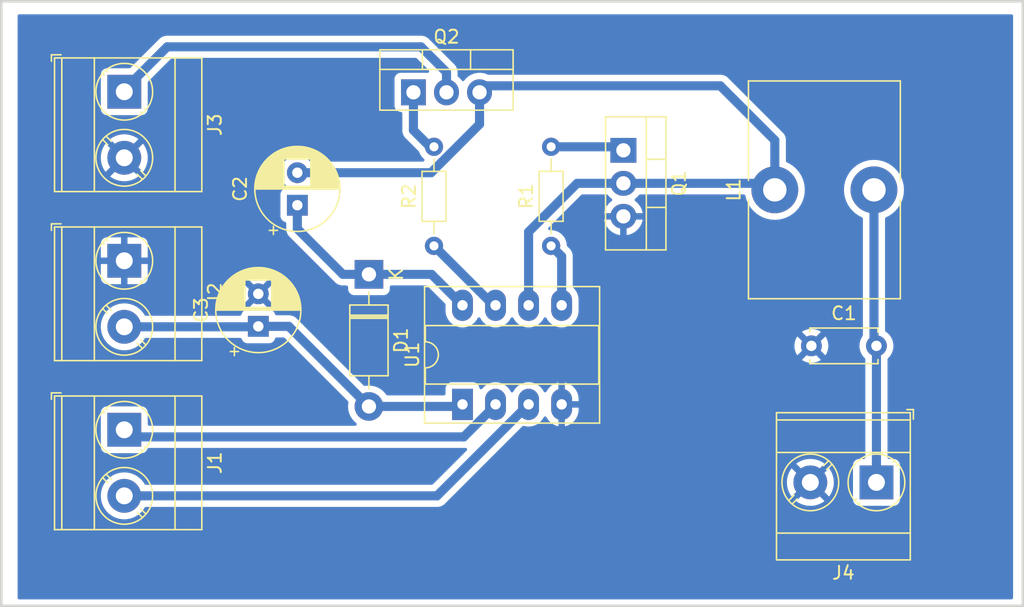
<source format=kicad_pcb>
(kicad_pcb (version 20240108) (generator "pcbnew") (generator_version "8.0")
  (layers (0 "F.Cu" signal) (31 "B.Cu" signal) (34 "B.Paste" user) (35 "F.Paste" user) (36 "B.SilkS" user "B.Silkscreen") (37 "F.SilkS" user "F.Silkscreen") (38 "B.Mask" user) (39 "F.Mask" user) (44 "Edge.Cuts" user))
  (net 0 "")
  (net 1 "GND")
  (net 2 "Net-(J1-Pin_1)")
  (net 3 "Net-(J1-Pin_2)")
  (net 4 "Vcc")
  (net 5 "Net-(J3-Pin_2)")
  (net 6 "Net-(J4-Pin_1)")
  (net 7 "Net-(U1-LO)")
  (net 8 "Lo")
  (net 9 "Net-(U1-HO)")
  (net 10 "Ho")
  (net 11 "Vs")
  (net 12 "Net-(D1-K)")
  (footprint "Capacitor_THT:C_Disc_D5.0mm_W2.5mm_P5.00mm" (layer "F.Cu") (at 146.5 92)
    (property "Reference" "C1" (at 2.5 -2.5 360) (layer "F.SilkS"))
    (property "Value" "2.7u")
    (fp_line (start -0.12 -1.37) (end -0.12 -1.055) (stroke (width 0.12)) (layer "F.SilkS"))
    (fp_line (start -0.12 -1.37) (end 5.12 -1.37) (stroke (width 0.12)) (layer "F.SilkS"))
    (fp_line (start -0.12 1.055) (end -0.12 1.37) (stroke (width 0.12)) (layer "F.SilkS"))
    (fp_line (start -0.12 1.37) (end 5.12 1.37) (stroke (width 0.12)) (layer "F.SilkS"))
    (fp_line (start 5.12 -1.37) (end 5.12 -1.055) (stroke (width 0.12)) (layer "F.SilkS"))
    (fp_line (start 5.12 1.055) (end 5.12 1.37) (stroke (width 0.12)) (layer "F.SilkS"))
    (pad "1" thru_hole circle (at 0 0) (size 1.6 1.6) (drill 0.8) (layers "*.Cu" "*.Mask") (net 1 "GND"))
    (pad "2" thru_hole circle (at 5 0) (size 1.6 1.6) (drill 0.8) (layers "*.Cu" "*.Mask") (net 6 "Net-(J4-Pin_1)"))
  )
  (footprint "TerminalBlock_Phoenix:TerminalBlock_Phoenix_MKDS-3-2-5.08_1x02_P5.08mm_Horizontal" (layer "F.Cu") (at 93.7 85.455 -90)
    (property "Reference" "J2" (at 2.54 -6.96 90) (layer "F.SilkS"))
    (property "Value" "VCC")
    (fp_line (start -2.84 5.6) (end -2.34 5.6) (stroke (width 0.12)) (layer "F.SilkS"))
    (fp_line (start -2.6 5.36) (end 7.68 5.36) (stroke (width 0.12)) (layer "F.SilkS"))
    (fp_line (start -2.84 4.86) (end -2.84 5.6) (stroke (width 0.12)) (layer "F.SilkS"))
    (fp_line (start -2.6 4.8) (end 7.68 4.8) (stroke (width 0.12)) (layer "F.SilkS"))
    (fp_line (start -2.6 2.3) (end 7.68 2.3) (stroke (width 0.12)) (layer "F.SilkS"))
    (fp_line (start -1.282 1.547) (end -1.388 1.654) (stroke (width 0.12)) (layer "F.SilkS"))
    (fp_line (start -1.548 1.281) (end -1.654 1.388) (stroke (width 0.12)) (layer "F.SilkS"))
    (fp_line (start 4.073 1.274) (end 3.693 1.654) (stroke (width 0.12)) (layer "F.SilkS"))
    (fp_line (start 3.822 0.992) (end 3.427 1.388) (stroke (width 0.12)) (layer "F.SilkS"))
    (fp_line (start 1.654 -1.388) (end 1.547 -1.281) (stroke (width 0.12)) (layer "F.SilkS"))
    (fp_line (start 6.734 -1.388) (end 6.339 -0.992) (stroke (width 0.12)) (layer "F.SilkS"))
    (fp_line (start 1.388 -1.654) (end 1.281 -1.547) (stroke (width 0.12)) (layer "F.SilkS"))
    (fp_line (start 6.468 -1.654) (end 6.088 -1.274) (stroke (width 0.12)) (layer "F.SilkS"))
    (fp_line (start -2.6 -3.9) (end 7.68 -3.9) (stroke (width 0.12)) (layer "F.SilkS"))
    (fp_line (start -2.6 -5.96) (end -2.6 5.36) (stroke (width 0.12)) (layer "F.SilkS"))
    (fp_line (start -2.6 -5.96) (end 7.68 -5.96) (stroke (width 0.12)) (layer "F.SilkS"))
    (fp_line (start 7.68 -5.96) (end 7.68 5.36) (stroke (width 0.12)) (layer "F.SilkS"))
    (fp_circle (center 0 0) (end 2.18 0) (stroke (width 0.12)) (fill none) (layer "F.SilkS"))
    (fp_circle (center 5.08 0) (end 7.26 0) (stroke (width 0.12)) (fill none) (layer "F.SilkS"))
    (pad "1" thru_hole rect (at 0 0 270) (size 2.6 2.6) (drill 1.3) (layers "*.Cu" "*.Mask") (net 1 "GND"))
    (pad "2" thru_hole circle (at 5.08 0 270) (size 2.6 2.6) (drill 1.3) (layers "*.Cu" "*.Mask") (net 4 "Vcc"))
  )
  (footprint "Resistor_THT:R_Axial_DIN0204_L3.6mm_D1.6mm_P7.62mm_Horizontal" (layer "F.Cu") (at 126.5 84.31 90)
    (property "Reference" "R1" (at 3.81 -1.92 90) (layer "F.SilkS"))
    (property "Value" "10")
    (fp_line (start 5.73 -0.92) (end 1.89 -0.92) (stroke (width 0.12)) (layer "F.SilkS"))
    (fp_line (start 1.89 -0.92) (end 1.89 0.92) (stroke (width 0.12)) (layer "F.SilkS"))
    (fp_line (start 6.68 0) (end 5.73 0) (stroke (width 0.12)) (layer "F.SilkS"))
    (fp_line (start 0.94 0) (end 1.89 0) (stroke (width 0.12)) (layer "F.SilkS"))
    (fp_line (start 5.73 0.92) (end 5.73 -0.92) (stroke (width 0.12)) (layer "F.SilkS"))
    (fp_line (start 1.89 0.92) (end 5.73 0.92) (stroke (width 0.12)) (layer "F.SilkS"))
    (pad "1" thru_hole circle (at 0 0 90) (size 1.4 1.4) (drill 0.7) (layers "*.Cu" "*.Mask") (net 7 "Net-(U1-LO)"))
    (pad "2" thru_hole oval (at 7.62 0 90) (size 1.4 1.4) (drill 0.7) (layers "*.Cu" "*.Mask") (net 8 "Lo"))
  )
  (footprint "Package_TO_SOT_THT:TO-220-3_Vertical" (layer "F.Cu") (at 115.92 72.5)
    (property "Reference" "Q2" (at 2.54 -4.27 360) (layer "F.SilkS"))
    (property "Value" "IRF3205")
    (fp_line (start -2.58 -3.27) (end -2.58 1.371) (stroke (width 0.12)) (layer "F.SilkS"))
    (fp_line (start -2.58 -3.27) (end 7.66 -3.27) (stroke (width 0.12)) (layer "F.SilkS"))
    (fp_line (start -2.58 -1.76) (end 7.66 -1.76) (stroke (width 0.12)) (layer "F.SilkS"))
    (fp_line (start -2.58 1.371) (end 7.66 1.371) (stroke (width 0.12)) (layer "F.SilkS"))
    (fp_line (start 0.69 -3.27) (end 0.69 -1.76) (stroke (width 0.12)) (layer "F.SilkS"))
    (fp_line (start 4.391 -3.27) (end 4.391 -1.76) (stroke (width 0.12)) (layer "F.SilkS"))
    (fp_line (start 7.66 -3.27) (end 7.66 1.371) (stroke (width 0.12)) (layer "F.SilkS"))
    (pad "1" thru_hole rect (at 0 0) (size 1.905 2) (drill 1.1) (layers "*.Cu" "*.Mask") (net 10 "Ho"))
    (pad "2" thru_hole oval (at 2.54 0) (size 1.905 2) (drill 1.1) (layers "*.Cu" "*.Mask") (net 5 "Net-(J3-Pin_2)"))
    (pad "3" thru_hole oval (at 5.08 0) (size 1.905 2) (drill 1.1) (layers "*.Cu" "*.Mask") (net 11 "Vs"))
  )
  (footprint "Resistor_THT:R_Axial_DIN0204_L3.6mm_D1.6mm_P7.62mm_Horizontal" (layer "F.Cu") (at 117.5 84.31 90)
    (property "Reference" "R2" (at 3.81 -1.92 90) (layer "F.SilkS"))
    (property "Value" "10")
    (fp_line (start 5.73 -0.92) (end 1.89 -0.92) (stroke (width 0.12)) (layer "F.SilkS"))
    (fp_line (start 1.89 -0.92) (end 1.89 0.92) (stroke (width 0.12)) (layer "F.SilkS"))
    (fp_line (start 6.68 0) (end 5.73 0) (stroke (width 0.12)) (layer "F.SilkS"))
    (fp_line (start 0.94 0) (end 1.89 0) (stroke (width 0.12)) (layer "F.SilkS"))
    (fp_line (start 5.73 0.92) (end 5.73 -0.92) (stroke (width 0.12)) (layer "F.SilkS"))
    (fp_line (start 1.89 0.92) (end 5.73 0.92) (stroke (width 0.12)) (layer "F.SilkS"))
    (pad "1" thru_hole circle (at 0 0 90) (size 1.4 1.4) (drill 0.7) (layers "*.Cu" "*.Mask") (net 9 "Net-(U1-HO)"))
    (pad "2" thru_hole oval (at 7.62 0 90) (size 1.4 1.4) (drill 0.7) (layers "*.Cu" "*.Mask") (net 10 "Ho"))
  )
  (footprint "Capacitor_THT:CP_Radial_D6.3mm_P2.50mm" (layer "F.Cu") (at 107 81.18238 90)
    (property "Reference" "C2" (at 1.25 -4.4 90) (layer "F.SilkS"))
    (property "Value" "22u")
    (fp_line (start 1.33 -3.23) (end 1.33 3.23) (stroke (width 0.12)) (layer "F.SilkS"))
    (fp_line (start 1.29 -3.23) (end 1.29 3.23) (stroke (width 0.12)) (layer "F.SilkS"))
    (fp_line (start 1.25 -3.23) (end 1.25 3.23) (stroke (width 0.12)) (layer "F.SilkS"))
    (fp_line (start 1.37 -3.228) (end 1.37 3.228) (stroke (width 0.12)) (layer "F.SilkS"))
    (fp_line (start 1.41 -3.227) (end 1.41 3.227) (stroke (width 0.12)) (layer "F.SilkS"))
    (fp_line (start 1.45 -3.224) (end 1.45 3.224) (stroke (width 0.12)) (layer "F.SilkS"))
    (fp_line (start 1.49 -3.222) (end 1.49 -1.04) (stroke (width 0.12)) (layer "F.SilkS"))
    (fp_line (start 1.53 -3.218) (end 1.53 -1.04) (stroke (width 0.12)) (layer "F.SilkS"))
    (fp_line (start 1.57 -3.215) (end 1.57 -1.04) (stroke (width 0.12)) (layer "F.SilkS"))
    (fp_line (start 1.61 -3.211) (end 1.61 -1.04) (stroke (width 0.12)) (layer "F.SilkS"))
    (fp_line (start 1.65 -3.206) (end 1.65 -1.04) (stroke (width 0.12)) (layer "F.SilkS"))
    (fp_line (start 1.69 -3.201) (end 1.69 -1.04) (stroke (width 0.12)) (layer "F.SilkS"))
    (fp_line (start 1.73 -3.195) (end 1.73 -1.04) (stroke (width 0.12)) (layer "F.SilkS"))
    (fp_line (start 1.77 -3.189) (end 1.77 -1.04) (stroke (width 0.12)) (layer "F.SilkS"))
    (fp_line (start 1.81 -3.182) (end 1.81 -1.04) (stroke (width 0.12)) (layer "F.SilkS"))
    (fp_line (start 1.85 -3.175) (end 1.85 -1.04) (stroke (width 0.12)) (layer "F.SilkS"))
    (fp_line (start 1.89 -3.167) (end 1.89 -1.04) (stroke (width 0.12)) (layer "F.SilkS"))
    (fp_line (start 1.93 -3.159) (end 1.93 -1.04) (stroke (width 0.12)) (layer "F.SilkS"))
    (fp_line (start 1.971 -3.15) (end 1.971 -1.04) (stroke (width 0.12)) (layer "F.SilkS"))
    (fp_line (start 2.011 -3.141) (end 2.011 -1.04) (stroke (width 0.12)) (layer "F.SilkS"))
    (fp_line (start 2.051 -3.131) (end 2.051 -1.04) (stroke (width 0.12)) (layer "F.SilkS"))
    (fp_line (start 2.091 -3.121) (end 2.091 -1.04) (stroke (width 0.12)) (layer "F.SilkS"))
    (fp_line (start 2.131 -3.11) (end 2.131 -1.04) (stroke (width 0.12)) (layer "F.SilkS"))
    (fp_line (start 2.171 -3.098) (end 2.171 -1.04) (stroke (width 0.12)) (layer "F.SilkS"))
    (fp_line (start 2.211 -3.086) (end 2.211 -1.04) (stroke (width 0.12)) (layer "F.SilkS"))
    (fp_line (start 2.251 -3.074) (end 2.251 -1.04) (stroke (width 0.12)) (layer "F.SilkS"))
    (fp_line (start 2.291 -3.061) (end 2.291 -1.04) (stroke (width 0.12)) (layer "F.SilkS"))
    (fp_line (start 2.331 -3.047) (end 2.331 -1.04) (stroke (width 0.12)) (layer "F.SilkS"))
    (fp_line (start 2.371 -3.033) (end 2.371 -1.04) (stroke (width 0.12)) (layer "F.SilkS"))
    (fp_line (start 2.411 -3.018) (end 2.411 -1.04) (stroke (width 0.12)) (layer "F.SilkS"))
    (fp_line (start 2.451 -3.002) (end 2.451 -1.04) (stroke (width 0.12)) (layer "F.SilkS"))
    (fp_line (start 2.491 -2.986) (end 2.491 -1.04) (stroke (width 0.12)) (layer "F.SilkS"))
    (fp_line (start 2.531 -2.97) (end 2.531 -1.04) (stroke (width 0.12)) (layer "F.SilkS"))
    (fp_line (start 2.571 -2.952) (end 2.571 -1.04) (stroke (width 0.12)) (layer "F.SilkS"))
    (fp_line (start 2.611 -2.934) (end 2.611 -1.04) (stroke (width 0.12)) (layer "F.SilkS"))
    (fp_line (start 2.651 -2.916) (end 2.651 -1.04) (stroke (width 0.12)) (layer "F.SilkS"))
    (fp_line (start 2.691 -2.896) (end 2.691 -1.04) (stroke (width 0.12)) (layer "F.SilkS"))
    (fp_line (start 2.731 -2.876) (end 2.731 -1.04) (stroke (width 0.12)) (layer "F.SilkS"))
    (fp_line (start 2.771 -2.856) (end 2.771 -1.04) (stroke (width 0.12)) (layer "F.SilkS"))
    (fp_line (start 2.811 -2.834) (end 2.811 -1.04) (stroke (width 0.12)) (layer "F.SilkS"))
    (fp_line (start 2.851 -2.812) (end 2.851 -1.04) (stroke (width 0.12)) (layer "F.SilkS"))
    (fp_line (start 2.891 -2.79) (end 2.891 -1.04) (stroke (width 0.12)) (layer "F.SilkS"))
    (fp_line (start 2.931 -2.766) (end 2.931 -1.04) (stroke (width 0.12)) (layer "F.SilkS"))
    (fp_line (start 2.971 -2.742) (end 2.971 -1.04) (stroke (width 0.12)) (layer "F.SilkS"))
    (fp_line (start 3.011 -2.716) (end 3.011 -1.04) (stroke (width 0.12)) (layer "F.SilkS"))
    (fp_line (start 3.051 -2.69) (end 3.051 -1.04) (stroke (width 0.12)) (layer "F.SilkS"))
    (fp_line (start 3.091 -2.664) (end 3.091 -1.04) (stroke (width 0.12)) (layer "F.SilkS"))
    (fp_line (start 3.131 -2.636) (end 3.131 -1.04) (stroke (width 0.12)) (layer "F.SilkS"))
    (fp_line (start 3.171 -2.607) (end 3.171 -1.04) (stroke (width 0.12)) (layer "F.SilkS"))
    (fp_line (start 3.211 -2.578) (end 3.211 -1.04) (stroke (width 0.12)) (layer "F.SilkS"))
    (fp_line (start 3.251 -2.548) (end 3.251 -1.04) (stroke (width 0.12)) (layer "F.SilkS"))
    (fp_line (start 3.291 -2.516) (end 3.291 -1.04) (stroke (width 0.12)) (layer "F.SilkS"))
    (fp_line (start 3.331 -2.484) (end 3.331 -1.04) (stroke (width 0.12)) (layer "F.SilkS"))
    (fp_line (start 3.371 -2.45) (end 3.371 -1.04) (stroke (width 0.12)) (layer "F.SilkS"))
    (fp_line (start 3.411 -2.416) (end 3.411 -1.04) (stroke (width 0.12)) (layer "F.SilkS"))
    (fp_line (start 3.451 -2.38) (end 3.451 -1.04) (stroke (width 0.12)) (layer "F.SilkS"))
    (fp_line (start 3.491 -2.343) (end 3.491 -1.04) (stroke (width 0.12)) (layer "F.SilkS"))
    (fp_line (start 3.531 -2.305) (end 3.531 -1.04) (stroke (width 0.12)) (layer "F.SilkS"))
    (fp_line (start 3.571 -2.265) (end 3.571 2.265) (stroke (width 0.12)) (layer "F.SilkS"))
    (fp_line (start 3.611 -2.224) (end 3.611 2.224) (stroke (width 0.12)) (layer "F.SilkS"))
    (fp_line (start 3.651 -2.182) (end 3.651 2.182) (stroke (width 0.12)) (layer "F.SilkS"))
    (fp_line (start -1.935241 -2.154) (end -1.935241 -1.524) (stroke (width 0.12)) (layer "F.SilkS"))
    (fp_line (start 3.691 -2.137) (end 3.691 2.137) (stroke (width 0.12)) (layer "F.SilkS"))
    (fp_line (start 3.731 -2.092) (end 3.731 2.092) (stroke (width 0.12)) (layer "F.SilkS"))
    (fp_line (start 3.771 -2.044) (end 3.771 2.044) (stroke (width 0.12)) (layer "F.SilkS"))
    (fp_line (start 3.811 -1.995) (end 3.811 1.995) (stroke (width 0.12)) (layer "F.SilkS"))
    (fp_line (start 3.851 -1.944) (end 3.851 1.944) (stroke (width 0.12)) (layer "F.SilkS"))
    (fp_line (start 3.891 -1.89) (end 3.891 1.89) (stroke (width 0.12)) (layer "F.SilkS"))
    (fp_line (start -2.250241 -1.839) (end -1.620241 -1.839) (stroke (width 0.12)) (layer "F.SilkS"))
    (fp_line (start 3.931 -1.834) (end 3.931 1.834) (stroke (width 0.12)) (layer "F.SilkS"))
    (fp_line (start 3.971 -1.776) (end 3.971 1.776) (stroke (width 0.12)) (layer "F.SilkS"))
    (fp_line (start 4.011 -1.714) (end 4.011 1.714) (stroke (width 0.12)) (layer "F.SilkS"))
    (fp_line (start 4.051 -1.65) (end 4.051 1.65) (stroke (width 0.12)) (layer "F.SilkS"))
    (fp_line (start 4.091 -1.581) (end 4.091 1.581) (stroke (width 0.12)) (layer "F.SilkS"))
    (fp_line (start 4.131 -1.509) (end 4.131 1.509) (stroke (width 0.12)) (layer "F.SilkS"))
    (fp_line (start 4.171 -1.432) (end 4.171 1.432) (stroke (width 0.12)) (layer "F.SilkS"))
    (fp_line (start 4.211 -1.35) (end 4.211 1.35) (stroke (width 0.12)) (layer "F.SilkS"))
    (fp_line (start 4.251 -1.262) (end 4.251 1.262) (stroke (width 0.12)) (layer "F.SilkS"))
    (fp_line (start 4.291 -1.165) (end 4.291 1.165) (stroke (width 0.12)) (layer "F.SilkS"))
    (fp_line (start 4.331 -1.059) (end 4.331 1.059) (stroke (width 0.12)) (layer "F.SilkS"))
    (fp_line (start 4.371 -0.94) (end 4.371 0.94) (stroke (width 0.12)) (layer "F.SilkS"))
    (fp_line (start 4.411 -0.802) (end 4.411 0.802) (stroke (width 0.12)) (layer "F.SilkS"))
    (fp_line (start 4.451 -0.633) (end 4.451 0.633) (stroke (width 0.12)) (layer "F.SilkS"))
    (fp_line (start 4.491 -0.402) (end 4.491 0.402) (stroke (width 0.12)) (layer "F.SilkS"))
    (fp_line (start 3.531 1.04) (end 3.531 2.305) (stroke (width 0.12)) (layer "F.SilkS"))
    (fp_line (start 3.491 1.04) (end 3.491 2.343) (stroke (width 0.12)) (layer "F.SilkS"))
    (fp_line (start 3.451 1.04) (end 3.451 2.38) (stroke (width 0.12)) (layer "F.SilkS"))
    (fp_line (start 3.411 1.04) (end 3.411 2.416) (stroke (width 0.12)) (layer "F.SilkS"))
    (fp_line (start 3.371 1.04) (end 3.371 2.45) (stroke (width 0.12)) (layer "F.SilkS"))
    (fp_line (start 3.331 1.04) (end 3.331 2.484) (stroke (width 0.12)) (layer "F.SilkS"))
    (fp_line (start 3.291 1.04) (end 3.291 2.516) (stroke (width 0.12)) (layer "F.SilkS"))
    (fp_line (start 3.251 1.04) (end 3.251 2.548) (stroke (width 0.12)) (layer "F.SilkS"))
    (fp_line (start 3.211 1.04) (end 3.211 2.578) (stroke (width 0.12)) (layer "F.SilkS"))
    (fp_line (start 3.171 1.04) (end 3.171 2.607) (stroke (width 0.12)) (layer "F.SilkS"))
    (fp_line (start 3.131 1.04) (end 3.131 2.636) (stroke (width 0.12)) (layer "F.SilkS"))
    (fp_line (start 3.091 1.04) (end 3.091 2.664) (stroke (width 0.12)) (layer "F.SilkS"))
    (fp_line (start 3.051 1.04) (end 3.051 2.69) (stroke (width 0.12)) (layer "F.SilkS"))
    (fp_line (start 3.011 1.04) (end 3.011 2.716) (stroke (width 0.12)) (layer "F.SilkS"))
    (fp_line (start 2.971 1.04) (end 2.971 2.742) (stroke (width 0.12)) (layer "F.SilkS"))
    (fp_line (start 2.931 1.04) (end 2.931 2.766) (stroke (width 0.12)) (layer "F.SilkS"))
    (fp_line (start 2.891 1.04) (end 2.891 2.79) (stroke (width 0.12)) (layer "F.SilkS"))
    (fp_line (start 2.851 1.04) (end 2.851 2.812) (stroke (width 0.12)) (layer "F.SilkS"))
    (fp_line (start 2.811 1.04) (end 2.811 2.834) (stroke (width 0.12)) (layer "F.SilkS"))
    (fp_line (start 2.771 1.04) (end 2.771 2.856) (stroke (width 0.12)) (layer "F.SilkS"))
    (fp_line (start 2.731 1.04) (end 2.731 2.876) (stroke (width 0.12)) (layer "F.SilkS"))
    (fp_line (start 2.691 1.04) (end 2.691 2.896) (stroke (width 0.12)) (layer "F.SilkS"))
    (fp_line (start 2.651 1.04) (end 2.651 2.916) (stroke (width 0.12)) (layer "F.SilkS"))
    (fp_line (start 2.611 1.04) (end 2.611 2.934) (stroke (width 0.12)) (layer "F.SilkS"))
    (fp_line (start 2.571 1.04) (end 2.571 2.952) (stroke (width 0.12)) (layer "F.SilkS"))
    (fp_line (start 2.531 1.04) (end 2.531 2.97) (stroke (width 0.12)) (layer "F.SilkS"))
    (fp_line (start 2.491 1.04) (end 2.491 2.986) (stroke (width 0.12)) (layer "F.SilkS"))
    (fp_line (start 2.451 1.04) (end 2.451 3.002) (stroke (width 0.12)) (layer "F.SilkS"))
    (fp_line (start 2.411 1.04) (end 2.411 3.018) (stroke (width 0.12)) (layer "F.SilkS"))
    (fp_line (start 2.371 1.04) (end 2.371 3.033) (stroke (width 0.12)) (layer "F.SilkS"))
    (fp_line (start 2.331 1.04) (end 2.331 3.047) (stroke (width 0.12)) (layer "F.SilkS"))
    (fp_line (start 2.291 1.04) (end 2.291 3.061) (stroke (width 0.12)) (layer "F.SilkS"))
    (fp_line (start 2.251 1.04) (end 2.251 3.074) (stroke (width 0.12)) (layer "F.SilkS"))
    (fp_line (start 2.211 1.04) (end 2.211 3.086) (stroke (width 0.12)) (layer "F.SilkS"))
    (fp_line (start 2.171 1.04) (end 2.171 3.098) (stroke (width 0.12)) (layer "F.SilkS"))
    (fp_line (start 2.131 1.04) (end 2.131 3.11) (stroke (width 0.12)) (layer "F.SilkS"))
    (fp_line (start 2.091 1.04) (end 2.091 3.121) (stroke (width 0.12)) (layer "F.SilkS"))
    (fp_line (start 2.051 1.04) (end 2.051 3.131) (stroke (width 0.12)) (layer "F.SilkS"))
    (fp_line (start 2.011 1.04) (end 2.011 3.141) (stroke (width 0.12)) (layer "F.SilkS"))
    (fp_line (start 1.971 1.04) (end 1.971 3.15) (stroke (width 0.12)) (layer "F.SilkS"))
    (fp_line (start 1.93 1.04) (end 1.93 3.159) (stroke (width 0.12)) (layer "F.SilkS"))
    (fp_line (start 1.89 1.04) (end 1.89 3.167) (stroke (width 0.12)) (layer "F.SilkS"))
    (fp_line (start 1.85 1.04) (end 1.85 3.175) (stroke (width 0.12)) (layer "F.SilkS"))
    (fp_line (start 1.81 1.04) (end 1.81 3.182) (stroke (width 0.12)) (layer "F.SilkS"))
    (fp_line (start 1.77 1.04) (end 1.77 3.189) (stroke (width 0.12)) (layer "F.SilkS"))
    (fp_line (start 1.73 1.04) (end 1.73 3.195) (stroke (width 0.12)) (layer "F.SilkS"))
    (fp_line (start 1.69 1.04) (end 1.69 3.201) (stroke (width 0.12)) (layer "F.SilkS"))
    (fp_line (start 1.65 1.04) (end 1.65 3.206) (stroke (width 0.12)) (layer "F.SilkS"))
    (fp_line (start 1.61 1.04) (end 1.61 3.211) (stroke (width 0.12)) (layer "F.SilkS"))
    (fp_line (start 1.57 1.04) (end 1.57 3.215) (stroke (width 0.12)) (layer "F.SilkS"))
    (fp_line (start 1.53 1.04) (end 1.53 3.218) (stroke (width 0.12)) (layer "F.SilkS"))
    (fp_line (start 1.49 1.04) (end 1.49 3.222) (stroke (width 0.12)) (layer "F.SilkS"))
    (fp_circle (center 1.25 0) (end 4.52 0) (stroke (width 0.12)) (fill none) (layer "F.SilkS"))
    (pad "1" thru_hole rect (at 0 0 90) (size 1.6 1.6) (drill 0.8) (layers "*.Cu" "*.Mask") (net 12 "Net-(D1-K)"))
    (pad "2" thru_hole circle (at 2.5 0 90) (size 1.6 1.6) (drill 0.8) (layers "*.Cu" "*.Mask") (net 11 "Vs"))
  )
  (footprint "TerminalBlock_Phoenix:TerminalBlock_Phoenix_MKDS-3-2-5.08_1x02_P5.08mm_Horizontal" (layer "F.Cu") (at 151.5 102.5 180)
    (property "Reference" "J4" (at 2.54 -6.96 360) (layer "F.SilkS"))
    (property "Value" "OUT")
    (fp_line (start 7.68 -5.96) (end 7.68 5.36) (stroke (width 0.12)) (layer "F.SilkS"))
    (fp_line (start 6.734 -1.388) (end 6.339 -0.992) (stroke (width 0.12)) (layer "F.SilkS"))
    (fp_line (start 6.468 -1.654) (end 6.088 -1.274) (stroke (width 0.12)) (layer "F.SilkS"))
    (fp_line (start 4.073 1.274) (end 3.693 1.654) (stroke (width 0.12)) (layer "F.SilkS"))
    (fp_line (start 3.822 0.992) (end 3.427 1.388) (stroke (width 0.12)) (layer "F.SilkS"))
    (fp_line (start 1.654 -1.388) (end 1.547 -1.281) (stroke (width 0.12)) (layer "F.SilkS"))
    (fp_line (start 1.388 -1.654) (end 1.281 -1.547) (stroke (width 0.12)) (layer "F.SilkS"))
    (fp_line (start -1.282 1.547) (end -1.388 1.654) (stroke (width 0.12)) (layer "F.SilkS"))
    (fp_line (start -1.548 1.281) (end -1.654 1.388) (stroke (width 0.12)) (layer "F.SilkS"))
    (fp_line (start -2.6 5.36) (end 7.68 5.36) (stroke (width 0.12)) (layer "F.SilkS"))
    (fp_line (start -2.6 4.8) (end 7.68 4.8) (stroke (width 0.12)) (layer "F.SilkS"))
    (fp_line (start -2.6 2.3) (end 7.68 2.3) (stroke (width 0.12)) (layer "F.SilkS"))
    (fp_line (start -2.6 -3.9) (end 7.68 -3.9) (stroke (width 0.12)) (layer "F.SilkS"))
    (fp_line (start -2.6 -5.96) (end 7.68 -5.96) (stroke (width 0.12)) (layer "F.SilkS"))
    (fp_line (start -2.6 -5.96) (end -2.6 5.36) (stroke (width 0.12)) (layer "F.SilkS"))
    (fp_line (start -2.84 5.6) (end -2.34 5.6) (stroke (width 0.12)) (layer "F.SilkS"))
    (fp_line (start -2.84 4.86) (end -2.84 5.6) (stroke (width 0.12)) (layer "F.SilkS"))
    (fp_circle (center 5.08 0) (end 7.26 0) (stroke (width 0.12)) (fill none) (layer "F.SilkS"))
    (fp_circle (center 0 0) (end 2.18 0) (stroke (width 0.12)) (fill none) (layer "F.SilkS"))
    (pad "1" thru_hole rect (at 0 0 180) (size 2.6 2.6) (drill 1.3) (layers "*.Cu" "*.Mask") (net 6 "Net-(J4-Pin_1)"))
    (pad "2" thru_hole circle (at 5.08 0 180) (size 2.6 2.6) (drill 1.3) (layers "*.Cu" "*.Mask") (net 1 "GND"))
  )
  (footprint "Capacitor_THT:CP_Radial_D6.3mm_P2.50mm" (layer "F.Cu") (at 104 90.5 90)
    (property "Reference" "C3" (at 1.25 -4.4 90) (layer "F.SilkS"))
    (property "Value" "10u")
    (fp_line (start 1.33 -3.23) (end 1.33 3.23) (stroke (width 0.12)) (layer "F.SilkS"))
    (fp_line (start 1.29 -3.23) (end 1.29 3.23) (stroke (width 0.12)) (layer "F.SilkS"))
    (fp_line (start 1.25 -3.23) (end 1.25 3.23) (stroke (width 0.12)) (layer "F.SilkS"))
    (fp_line (start 1.37 -3.228) (end 1.37 3.228) (stroke (width 0.12)) (layer "F.SilkS"))
    (fp_line (start 1.41 -3.227) (end 1.41 3.227) (stroke (width 0.12)) (layer "F.SilkS"))
    (fp_line (start 1.45 -3.224) (end 1.45 3.224) (stroke (width 0.12)) (layer "F.SilkS"))
    (fp_line (start 1.49 -3.222) (end 1.49 -1.04) (stroke (width 0.12)) (layer "F.SilkS"))
    (fp_line (start 1.53 -3.218) (end 1.53 -1.04) (stroke (width 0.12)) (layer "F.SilkS"))
    (fp_line (start 1.57 -3.215) (end 1.57 -1.04) (stroke (width 0.12)) (layer "F.SilkS"))
    (fp_line (start 1.61 -3.211) (end 1.61 -1.04) (stroke (width 0.12)) (layer "F.SilkS"))
    (fp_line (start 1.65 -3.206) (end 1.65 -1.04) (stroke (width 0.12)) (layer "F.SilkS"))
    (fp_line (start 1.69 -3.201) (end 1.69 -1.04) (stroke (width 0.12)) (layer "F.SilkS"))
    (fp_line (start 1.73 -3.195) (end 1.73 -1.04) (stroke (width 0.12)) (layer "F.SilkS"))
    (fp_line (start 1.77 -3.189) (end 1.77 -1.04) (stroke (width 0.12)) (layer "F.SilkS"))
    (fp_line (start 1.81 -3.182) (end 1.81 -1.04) (stroke (width 0.12)) (layer "F.SilkS"))
    (fp_line (start 1.85 -3.175) (end 1.85 -1.04) (stroke (width 0.12)) (layer "F.SilkS"))
    (fp_line (start 1.89 -3.167) (end 1.89 -1.04) (stroke (width 0.12)) (layer "F.SilkS"))
    (fp_line (start 1.93 -3.159) (end 1.93 -1.04) (stroke (width 0.12)) (layer "F.SilkS"))
    (fp_line (start 1.971 -3.15) (end 1.971 -1.04) (stroke (width 0.12)) (layer "F.SilkS"))
    (fp_line (start 2.011 -3.141) (end 2.011 -1.04) (stroke (width 0.12)) (layer "F.SilkS"))
    (fp_line (start 2.051 -3.131) (end 2.051 -1.04) (stroke (width 0.12)) (layer "F.SilkS"))
    (fp_line (start 2.091 -3.121) (end 2.091 -1.04) (stroke (width 0.12)) (layer "F.SilkS"))
    (fp_line (start 2.131 -3.11) (end 2.131 -1.04) (stroke (width 0.12)) (layer "F.SilkS"))
    (fp_line (start 2.171 -3.098) (end 2.171 -1.04) (stroke (width 0.12)) (layer "F.SilkS"))
    (fp_line (start 2.211 -3.086) (end 2.211 -1.04) (stroke (width 0.12)) (layer "F.SilkS"))
    (fp_line (start 2.251 -3.074) (end 2.251 -1.04) (stroke (width 0.12)) (layer "F.SilkS"))
    (fp_line (start 2.291 -3.061) (end 2.291 -1.04) (stroke (width 0.12)) (layer "F.SilkS"))
    (fp_line (start 2.331 -3.047) (end 2.331 -1.04) (stroke (width 0.12)) (layer "F.SilkS"))
    (fp_line (start 2.371 -3.033) (end 2.371 -1.04) (stroke (width 0.12)) (layer "F.SilkS"))
    (fp_line (start 2.411 -3.018) (end 2.411 -1.04) (stroke (width 0.12)) (layer "F.SilkS"))
    (fp_line (start 2.451 -3.002) (end 2.451 -1.04) (stroke (width 0.12)) (layer "F.SilkS"))
    (fp_line (start 2.491 -2.986) (end 2.491 -1.04) (stroke (width 0.12)) (layer "F.SilkS"))
    (fp_line (start 2.531 -2.97) (end 2.531 -1.04) (stroke (width 0.12)) (layer "F.SilkS"))
    (fp_line (start 2.571 -2.952) (end 2.571 -1.04) (stroke (width 0.12)) (layer "F.SilkS"))
    (fp_line (start 2.611 -2.934) (end 2.611 -1.04) (stroke (width 0.12)) (layer "F.SilkS"))
    (fp_line (start 2.651 -2.916) (end 2.651 -1.04) (stroke (width 0.12)) (layer "F.SilkS"))
    (fp_line (start 2.691 -2.896) (end 2.691 -1.04) (stroke (width 0.12)) (layer "F.SilkS"))
    (fp_line (start 2.731 -2.876) (end 2.731 -1.04) (stroke (width 0.12)) (layer "F.SilkS"))
    (fp_line (start 2.771 -2.856) (end 2.771 -1.04) (stroke (width 0.12)) (layer "F.SilkS"))
    (fp_line (start 2.811 -2.834) (end 2.811 -1.04) (stroke (width 0.12)) (layer "F.SilkS"))
    (fp_line (start 2.851 -2.812) (end 2.851 -1.04) (stroke (width 0.12)) (layer "F.SilkS"))
    (fp_line (start 2.891 -2.79) (end 2.891 -1.04) (stroke (width 0.12)) (layer "F.SilkS"))
    (fp_line (start 2.931 -2.766) (end 2.931 -1.04) (stroke (width 0.12)) (layer "F.SilkS"))
    (fp_line (start 2.971 -2.742) (end 2.971 -1.04) (stroke (width 0.12)) (layer "F.SilkS"))
    (fp_line (start 3.011 -2.716) (end 3.011 -1.04) (stroke (width 0.12)) (layer "F.SilkS"))
    (fp_line (start 3.051 -2.69) (end 3.051 -1.04) (stroke (width 0.12)) (layer "F.SilkS"))
    (fp_line (start 3.091 -2.664) (end 3.091 -1.04) (stroke (width 0.12)) (layer "F.SilkS"))
    (fp_line (start 3.131 -2.636) (end 3.131 -1.04) (stroke (width 0.12)) (layer "F.SilkS"))
    (fp_line (start 3.171 -2.607) (end 3.171 -1.04) (stroke (width 0.12)) (layer "F.SilkS"))
    (fp_line (start 3.211 -2.578) (end 3.211 -1.04) (stroke (width 0.12)) (layer "F.SilkS"))
    (fp_line (start 3.251 -2.548) (end 3.251 -1.04) (stroke (width 0.12)) (layer "F.SilkS"))
    (fp_line (start 3.291 -2.516) (end 3.291 -1.04) (stroke (width 0.12)) (layer "F.SilkS"))
    (fp_line (start 3.331 -2.484) (end 3.331 -1.04) (stroke (width 0.12)) (layer "F.SilkS"))
    (fp_line (start 3.371 -2.45) (end 3.371 -1.04) (stroke (width 0.12)) (layer "F.SilkS"))
    (fp_line (start 3.411 -2.416) (end 3.411 -1.04) (stroke (width 0.12)) (layer "F.SilkS"))
    (fp_line (start 3.451 -2.38) (end 3.451 -1.04) (stroke (width 0.12)) (layer "F.SilkS"))
    (fp_line (start 3.491 -2.343) (end 3.491 -1.04) (stroke (width 0.12)) (layer "F.SilkS"))
    (fp_line (start 3.531 -2.305) (end 3.531 -1.04) (stroke (width 0.12)) (layer "F.SilkS"))
    (fp_line (start 3.571 -2.265) (end 3.571 2.265) (stroke (width 0.12)) (layer "F.SilkS"))
    (fp_line (start 3.611 -2.224) (end 3.611 2.224) (stroke (width 0.12)) (layer "F.SilkS"))
    (fp_line (start 3.651 -2.182) (end 3.651 2.182) (stroke (width 0.12)) (layer "F.SilkS"))
    (fp_line (start -1.935241 -2.154) (end -1.935241 -1.524) (stroke (width 0.12)) (layer "F.SilkS"))
    (fp_line (start 3.691 -2.137) (end 3.691 2.137) (stroke (width 0.12)) (layer "F.SilkS"))
    (fp_line (start 3.731 -2.092) (end 3.731 2.092) (stroke (width 0.12)) (layer "F.SilkS"))
    (fp_line (start 3.771 -2.044) (end 3.771 2.044) (stroke (width 0.12)) (layer "F.SilkS"))
    (fp_line (start 3.811 -1.995) (end 3.811 1.995) (stroke (width 0.12)) (layer "F.SilkS"))
    (fp_line (start 3.851 -1.944) (end 3.851 1.944) (stroke (width 0.12)) (layer "F.SilkS"))
    (fp_line (start 3.891 -1.89) (end 3.891 1.89) (stroke (width 0.12)) (layer "F.SilkS"))
    (fp_line (start -2.250241 -1.839) (end -1.620241 -1.839) (stroke (width 0.12)) (layer "F.SilkS"))
    (fp_line (start 3.931 -1.834) (end 3.931 1.834) (stroke (width 0.12)) (layer "F.SilkS"))
    (fp_line (start 3.971 -1.776) (end 3.971 1.776) (stroke (width 0.12)) (layer "F.SilkS"))
    (fp_line (start 4.011 -1.714) (end 4.011 1.714) (stroke (width 0.12)) (layer "F.SilkS"))
    (fp_line (start 4.051 -1.65) (end 4.051 1.65) (stroke (width 0.12)) (layer "F.SilkS"))
    (fp_line (start 4.091 -1.581) (end 4.091 1.581) (stroke (width 0.12)) (layer "F.SilkS"))
    (fp_line (start 4.131 -1.509) (end 4.131 1.509) (stroke (width 0.12)) (layer "F.SilkS"))
    (fp_line (start 4.171 -1.432) (end 4.171 1.432) (stroke (width 0.12)) (layer "F.SilkS"))
    (fp_line (start 4.211 -1.35) (end 4.211 1.35) (stroke (width 0.12)) (layer "F.SilkS"))
    (fp_line (start 4.251 -1.262) (end 4.251 1.262) (stroke (width 0.12)) (layer "F.SilkS"))
    (fp_line (start 4.291 -1.165) (end 4.291 1.165) (stroke (width 0.12)) (layer "F.SilkS"))
    (fp_line (start 4.331 -1.059) (end 4.331 1.059) (stroke (width 0.12)) (layer "F.SilkS"))
    (fp_line (start 4.371 -0.94) (end 4.371 0.94) (stroke (width 0.12)) (layer "F.SilkS"))
    (fp_line (start 4.411 -0.802) (end 4.411 0.802) (stroke (width 0.12)) (layer "F.SilkS"))
    (fp_line (start 4.451 -0.633) (end 4.451 0.633) (stroke (width 0.12)) (layer "F.SilkS"))
    (fp_line (start 4.491 -0.402) (end 4.491 0.402) (stroke (width 0.12)) (layer "F.SilkS"))
    (fp_line (start 3.531 1.04) (end 3.531 2.305) (stroke (width 0.12)) (layer "F.SilkS"))
    (fp_line (start 3.491 1.04) (end 3.491 2.343) (stroke (width 0.12)) (layer "F.SilkS"))
    (fp_line (start 3.451 1.04) (end 3.451 2.38) (stroke (width 0.12)) (layer "F.SilkS"))
    (fp_line (start 3.411 1.04) (end 3.411 2.416) (stroke (width 0.12)) (layer "F.SilkS"))
    (fp_line (start 3.371 1.04) (end 3.371 2.45) (stroke (width 0.12)) (layer "F.SilkS"))
    (fp_line (start 3.331 1.04) (end 3.331 2.484) (stroke (width 0.12)) (layer "F.SilkS"))
    (fp_line (start 3.291 1.04) (end 3.291 2.516) (stroke (width 0.12)) (layer "F.SilkS"))
    (fp_line (start 3.251 1.04) (end 3.251 2.548) (stroke (width 0.12)) (layer "F.SilkS"))
    (fp_line (start 3.211 1.04) (end 3.211 2.578) (stroke (width 0.12)) (layer "F.SilkS"))
    (fp_line (start 3.171 1.04) (end 3.171 2.607) (stroke (width 0.12)) (layer "F.SilkS"))
    (fp_line (start 3.131 1.04) (end 3.131 2.636) (stroke (width 0.12)) (layer "F.SilkS"))
    (fp_line (start 3.091 1.04) (end 3.091 2.664) (stroke (width 0.12)) (layer "F.SilkS"))
    (fp_line (start 3.051 1.04) (end 3.051 2.69) (stroke (width 0.12)) (layer "F.SilkS"))
    (fp_line (start 3.011 1.04) (end 3.011 2.716) (stroke (width 0.12)) (layer "F.SilkS"))
    (fp_line (start 2.971 1.04) (end 2.971 2.742) (stroke (width 0.12)) (layer "F.SilkS"))
    (fp_line (start 2.931 1.04) (end 2.931 2.766) (stroke (width 0.12)) (layer "F.SilkS"))
    (fp_line (start 2.891 1.04) (end 2.891 2.79) (stroke (width 0.12)) (layer "F.SilkS"))
    (fp_line (start 2.851 1.04) (end 2.851 2.812) (stroke (width 0.12)) (layer "F.SilkS"))
    (fp_line (start 2.811 1.04) (end 2.811 2.834) (stroke (width 0.12)) (layer "F.SilkS"))
    (fp_line (start 2.771 1.04) (end 2.771 2.856) (stroke (width 0.12)) (layer "F.SilkS"))
    (fp_line (start 2.731 1.04) (end 2.731 2.876) (stroke (width 0.12)) (layer "F.SilkS"))
    (fp_line (start 2.691 1.04) (end 2.691 2.896) (stroke (width 0.12)) (layer "F.SilkS"))
    (fp_line (start 2.651 1.04) (end 2.651 2.916) (stroke (width 0.12)) (layer "F.SilkS"))
    (fp_line (start 2.611 1.04) (end 2.611 2.934) (stroke (width 0.12)) (layer "F.SilkS"))
    (fp_line (start 2.571 1.04) (end 2.571 2.952) (stroke (width 0.12)) (layer "F.SilkS"))
    (fp_line (start 2.531 1.04) (end 2.531 2.97) (stroke (width 0.12)) (layer "F.SilkS"))
    (fp_line (start 2.491 1.04) (end 2.491 2.986) (stroke (width 0.12)) (layer "F.SilkS"))
    (fp_line (start 2.451 1.04) (end 2.451 3.002) (stroke (width 0.12)) (layer "F.SilkS"))
    (fp_line (start 2.411 1.04) (end 2.411 3.018) (stroke (width 0.12)) (layer "F.SilkS"))
    (fp_line (start 2.371 1.04) (end 2.371 3.033) (stroke (width 0.12)) (layer "F.SilkS"))
    (fp_line (start 2.331 1.04) (end 2.331 3.047) (stroke (width 0.12)) (layer "F.SilkS"))
    (fp_line (start 2.291 1.04) (end 2.291 3.061) (stroke (width 0.12)) (layer "F.SilkS"))
    (fp_line (start 2.251 1.04) (end 2.251 3.074) (stroke (width 0.12)) (layer "F.SilkS"))
    (fp_line (start 2.211 1.04) (end 2.211 3.086) (stroke (width 0.12)) (layer "F.SilkS"))
    (fp_line (start 2.171 1.04) (end 2.171 3.098) (stroke (width 0.12)) (layer "F.SilkS"))
    (fp_line (start 2.131 1.04) (end 2.131 3.11) (stroke (width 0.12)) (layer "F.SilkS"))
    (fp_line (start 2.091 1.04) (end 2.091 3.121) (stroke (width 0.12)) (layer "F.SilkS"))
    (fp_line (start 2.051 1.04) (end 2.051 3.131) (stroke (width 0.12)) (layer "F.SilkS"))
    (fp_line (start 2.011 1.04) (end 2.011 3.141) (stroke (width 0.12)) (layer "F.SilkS"))
    (fp_line (start 1.971 1.04) (end 1.971 3.15) (stroke (width 0.12)) (layer "F.SilkS"))
    (fp_line (start 1.93 1.04) (end 1.93 3.159) (stroke (width 0.12)) (layer "F.SilkS"))
    (fp_line (start 1.89 1.04) (end 1.89 3.167) (stroke (width 0.12)) (layer "F.SilkS"))
    (fp_line (start 1.85 1.04) (end 1.85 3.175) (stroke (width 0.12)) (layer "F.SilkS"))
    (fp_line (start 1.81 1.04) (end 1.81 3.182) (stroke (width 0.12)) (layer "F.SilkS"))
    (fp_line (start 1.77 1.04) (end 1.77 3.189) (stroke (width 0.12)) (layer "F.SilkS"))
    (fp_line (start 1.73 1.04) (end 1.73 3.195) (stroke (width 0.12)) (layer "F.SilkS"))
    (fp_line (start 1.69 1.04) (end 1.69 3.201) (stroke (width 0.12)) (layer "F.SilkS"))
    (fp_line (start 1.65 1.04) (end 1.65 3.206) (stroke (width 0.12)) (layer "F.SilkS"))
    (fp_line (start 1.61 1.04) (end 1.61 3.211) (stroke (width 0.12)) (layer "F.SilkS"))
    (fp_line (start 1.57 1.04) (end 1.57 3.215) (stroke (width 0.12)) (layer "F.SilkS"))
    (fp_line (start 1.53 1.04) (end 1.53 3.218) (stroke (width 0.12)) (layer "F.SilkS"))
    (fp_line (start 1.49 1.04) (end 1.49 3.222) (stroke (width 0.12)) (layer "F.SilkS"))
    (fp_circle (center 1.25 0) (end 4.52 0) (stroke (width 0.12)) (fill none) (layer "F.SilkS"))
    (pad "1" thru_hole rect (at 0 0 90) (size 1.6 1.6) (drill 0.8) (layers "*.Cu" "*.Mask") (net 4 "Vcc"))
    (pad "2" thru_hole circle (at 2.5 0 90) (size 1.6 1.6) (drill 0.8) (layers "*.Cu" "*.Mask") (net 1 "GND"))
  )
  (footprint "Package_DIP:CERDIP-8_W7.62mm_SideBrazed_LongPads_Socket" (layer "F.Cu") (at 119.69 96.5 90)
    (property "Reference" "U1" (at 3.81 -3.855 90) (layer "F.SilkS"))
    (property "Value" "IR2104")
    (fp_line (start 9.06 -2.915) (end -1.44 -2.915) (stroke (width 0.12)) (layer "F.SilkS"))
    (fp_line (start -1.44 -2.915) (end -1.44 10.535) (stroke (width 0.12)) (layer "F.SilkS"))
    (fp_line (start 6.06 -2.855) (end 4.81 -2.855) (stroke (width 0.12)) (layer "F.SilkS"))
    (fp_line (start 2.81 -2.855) (end 1.56 -2.855) (stroke (width 0.12)) (layer "F.SilkS"))
    (fp_line (start 1.56 -2.855) (end 1.56 10.475) (stroke (width 0.12)) (layer "F.SilkS"))
    (fp_line (start 6.06 10.475) (end 6.06 -2.855) (stroke (width 0.12)) (layer "F.SilkS"))
    (fp_line (start 1.56 10.475) (end 6.06 10.475) (stroke (width 0.12)) (layer "F.SilkS"))
    (fp_line (start 9.06 10.535) (end 9.06 -2.915) (stroke (width 0.12)) (layer "F.SilkS"))
    (fp_line (start -1.44 10.535) (end 9.06 10.535) (stroke (width 0.12)) (layer "F.SilkS"))
    (fp_arc (start 4.81 -2.855) (mid 3.81 -1.855) (end 2.81 -2.855) (stroke (width 0.12)) (layer "F.SilkS"))
    (pad "1" thru_hole rect (at 0 0 90) (size 2.4 1.6) (drill 0.8) (layers "*.Cu" "*.Mask") (net 4 "Vcc"))
    (pad "2" thru_hole oval (at 0 2.54 90) (size 2.4 1.6) (drill 0.8) (layers "*.Cu" "*.Mask") (net 3 "Net-(J1-Pin_2)"))
    (pad "3" thru_hole oval (at 0 5.08 90) (size 2.4 1.6) (drill 0.8) (layers "*.Cu" "*.Mask") (net 2 "Net-(J1-Pin_1)"))
    (pad "4" thru_hole oval (at 0 7.62 90) (size 2.4 1.6) (drill 0.8) (layers "*.Cu" "*.Mask") (net 1 "GND"))
    (pad "5" thru_hole oval (at 7.62 7.62 90) (size 2.4 1.6) (drill 0.8) (layers "*.Cu" "*.Mask") (net 7 "Net-(U1-LO)"))
    (pad "6" thru_hole oval (at 7.62 5.08 90) (size 2.4 1.6) (drill 0.8) (layers "*.Cu" "*.Mask") (net 11 "Vs"))
    (pad "7" thru_hole oval (at 7.62 2.54 90) (size 2.4 1.6) (drill 0.8) (layers "*.Cu" "*.Mask") (net 9 "Net-(U1-HO)"))
    (pad "8" thru_hole oval (at 7.62 0 90) (size 2.4 1.6) (drill 0.8) (layers "*.Cu" "*.Mask") (net 12 "Net-(D1-K)"))
  )
  (footprint "Inductor_THT:L_Toroid_Vertical_L16.5mm_W11.4mm_P7.62mm_Pulse_KM-2" (layer "F.Cu") (at 143.69 80 90)
    (property "Reference" "L1" (at 0 -3.155 90) (layer "F.SilkS"))
    (property "Value" "200u")
    (fp_line (start 8.375 -2.025) (end 8.375 9.645) (stroke (width 0.12)) (layer "F.SilkS"))
    (fp_line (start 0.725 -2.025) (end 8.375 -2.025) (stroke (width 0.12)) (layer "F.SilkS"))
    (fp_line (start -8.375 -2.025) (end -0.725 -2.025) (stroke (width 0.12)) (layer "F.SilkS"))
    (fp_line (start -8.375 -2.025) (end -8.375 9.645) (stroke (width 0.12)) (layer "F.SilkS"))
    (fp_line (start 0.725 9.645) (end 8.375 9.645) (stroke (width 0.12)) (layer "F.SilkS"))
    (fp_line (start -8.375 9.645) (end -0.725 9.645) (stroke (width 0.12)) (layer "F.SilkS"))
    (pad "1" thru_hole circle (at 0 0 90) (size 3.6 3.6) (drill 1.8) (layers "*.Cu" "*.Mask") (net 11 "Vs"))
    (pad "2" thru_hole circle (at 0 7.62 90) (size 3.6 3.6) (drill 1.8) (layers "*.Cu" "*.Mask") (net 6 "Net-(J4-Pin_1)"))
  )
  (footprint "TerminalBlock_Phoenix:TerminalBlock_Phoenix_MKDS-3-2-5.08_1x02_P5.08mm_Horizontal" (layer "F.Cu") (at 93.7 98.455 -90)
    (property "Reference" "J1" (at 2.54 -6.96 90) (layer "F.SilkS"))
    (property "Value" "V")
    (fp_line (start -2.84 5.6) (end -2.34 5.6) (stroke (width 0.12)) (layer "F.SilkS"))
    (fp_line (start -2.6 5.36) (end 7.68 5.36) (stroke (width 0.12)) (layer "F.SilkS"))
    (fp_line (start -2.84 4.86) (end -2.84 5.6) (stroke (width 0.12)) (layer "F.SilkS"))
    (fp_line (start -2.6 4.8) (end 7.68 4.8) (stroke (width 0.12)) (layer "F.SilkS"))
    (fp_line (start -2.6 2.3) (end 7.68 2.3) (stroke (width 0.12)) (layer "F.SilkS"))
    (fp_line (start -1.282 1.547) (end -1.388 1.654) (stroke (width 0.12)) (layer "F.SilkS"))
    (fp_line (start -1.548 1.281) (end -1.654 1.388) (stroke (width 0.12)) (layer "F.SilkS"))
    (fp_line (start 4.073 1.274) (end 3.693 1.654) (stroke (width 0.12)) (layer "F.SilkS"))
    (fp_line (start 3.822 0.992) (end 3.427 1.388) (stroke (width 0.12)) (layer "F.SilkS"))
    (fp_line (start 1.654 -1.388) (end 1.547 -1.281) (stroke (width 0.12)) (layer "F.SilkS"))
    (fp_line (start 6.734 -1.388) (end 6.339 -0.992) (stroke (width 0.12)) (layer "F.SilkS"))
    (fp_line (start 1.388 -1.654) (end 1.281 -1.547) (stroke (width 0.12)) (layer "F.SilkS"))
    (fp_line (start 6.468 -1.654) (end 6.088 -1.274) (stroke (width 0.12)) (layer "F.SilkS"))
    (fp_line (start -2.6 -3.9) (end 7.68 -3.9) (stroke (width 0.12)) (layer "F.SilkS"))
    (fp_line (start -2.6 -5.96) (end -2.6 5.36) (stroke (width 0.12)) (layer "F.SilkS"))
    (fp_line (start -2.6 -5.96) (end 7.68 -5.96) (stroke (width 0.12)) (layer "F.SilkS"))
    (fp_line (start 7.68 -5.96) (end 7.68 5.36) (stroke (width 0.12)) (layer "F.SilkS"))
    (fp_circle (center 0 0) (end 2.18 0) (stroke (width 0.12)) (fill none) (layer "F.SilkS"))
    (fp_circle (center 5.08 0) (end 7.26 0) (stroke (width 0.12)) (fill none) (layer "F.SilkS"))
    (pad "1" thru_hole rect (at 0 0 270) (size 2.6 2.6) (drill 1.3) (layers "*.Cu" "*.Mask") (net 3 "Net-(J1-Pin_2)"))
    (pad "2" thru_hole circle (at 5.08 0 270) (size 2.6 2.6) (drill 1.3) (layers "*.Cu" "*.Mask") (net 2 "Net-(J1-Pin_1)"))
  )
  (footprint "Diode_THT:D_DO-41_SOD81_P10.16mm_Horizontal" (layer "F.Cu") (at 112.5 86.5 -90)
    (property "Reference" "D1" (at 5.08 -2.47 90) (layer "F.SilkS"))
    (property "Value" "1N5819")
    (fp_line (start 2.36 1.47) (end 7.8 1.47) (stroke (width 0.12)) (layer "F.SilkS"))
    (fp_line (start 7.8 1.47) (end 7.8 -1.47) (stroke (width 0.12)) (layer "F.SilkS"))
    (fp_line (start 1.34 0) (end 2.36 0) (stroke (width 0.12)) (layer "F.SilkS"))
    (fp_line (start 8.82 0) (end 7.8 0) (stroke (width 0.12)) (layer "F.SilkS"))
    (fp_line (start 2.36 -1.47) (end 2.36 1.47) (stroke (width 0.12)) (layer "F.SilkS"))
    (fp_line (start 3.14 -1.47) (end 3.14 1.47) (stroke (width 0.12)) (layer "F.SilkS"))
    (fp_line (start 3.26 -1.47) (end 3.26 1.47) (stroke (width 0.12)) (layer "F.SilkS"))
    (fp_line (start 3.38 -1.47) (end 3.38 1.47) (stroke (width 0.12)) (layer "F.SilkS"))
    (fp_line (start 7.8 -1.47) (end 2.36 -1.47) (stroke (width 0.12)) (layer "F.SilkS"))
    (fp_text user "K" (at 0 -2.1 90) (layer "F.SilkS"))
    (pad "1" thru_hole rect (at 0 0 270) (size 2.2 2.2) (drill 1.1) (layers "*.Cu" "*.Mask") (net 12 "Net-(D1-K)"))
    (pad "2" thru_hole oval (at 10.16 0 270) (size 2.2 2.2) (drill 1.1) (layers "*.Cu" "*.Mask") (net 4 "Vcc"))
  )
  (footprint "Package_TO_SOT_THT:TO-220-3_Vertical" (layer "F.Cu") (at 132.055 76.96 -90)
    (property "Reference" "Q1" (at 2.54 -4.27 90) (layer "F.SilkS"))
    (property "Value" "IRF3205")
    (fp_line (start -2.58 1.371) (end 7.66 1.371) (stroke (width 0.12)) (layer "F.SilkS"))
    (fp_line (start -2.58 -1.76) (end 7.66 -1.76) (stroke (width 0.12)) (layer "F.SilkS"))
    (fp_line (start -2.58 -3.27) (end -2.58 1.371) (stroke (width 0.12)) (layer "F.SilkS"))
    (fp_line (start -2.58 -3.27) (end 7.66 -3.27) (stroke (width 0.12)) (layer "F.SilkS"))
    (fp_line (start 0.69 -3.27) (end 0.69 -1.76) (stroke (width 0.12)) (layer "F.SilkS"))
    (fp_line (start 4.391 -3.27) (end 4.391 -1.76) (stroke (width 0.12)) (layer "F.SilkS"))
    (fp_line (start 7.66 -3.27) (end 7.66 1.371) (stroke (width 0.12)) (layer "F.SilkS"))
    (pad "1" thru_hole rect (at 0 0 270) (size 1.905 2) (drill 1.1) (layers "*.Cu" "*.Mask") (net 8 "Lo"))
    (pad "2" thru_hole oval (at 2.54 0 270) (size 1.905 2) (drill 1.1) (layers "*.Cu" "*.Mask") (net 11 "Vs"))
    (pad "3" thru_hole oval (at 5.08 0 270) (size 1.905 2) (drill 1.1) (layers "*.Cu" "*.Mask") (net 1 "GND"))
  )
  (footprint "TerminalBlock_Phoenix:TerminalBlock_Phoenix_MKDS-3-2-5.08_1x02_P5.08mm_Horizontal" (layer "F.Cu") (at 93.7 72.455 -90)
    (property "Reference" "J3" (at 2.54 -6.96 90) (layer "F.SilkS"))
    (property "Value" "VIN")
    (fp_line (start -2.84 5.6) (end -2.34 5.6) (stroke (width 0.12)) (layer "F.SilkS"))
    (fp_line (start -2.6 5.36) (end 7.68 5.36) (stroke (width 0.12)) (layer "F.SilkS"))
    (fp_line (start -2.84 4.86) (end -2.84 5.6) (stroke (width 0.12)) (layer "F.SilkS"))
    (fp_line (start -2.6 4.8) (end 7.68 4.8) (stroke (width 0.12)) (layer "F.SilkS"))
    (fp_line (start -2.6 2.3) (end 7.68 2.3) (stroke (width 0.12)) (layer "F.SilkS"))
    (fp_line (start -1.282 1.547) (end -1.388 1.654) (stroke (width 0.12)) (layer "F.SilkS"))
    (fp_line (start -1.548 1.281) (end -1.654 1.388) (stroke (width 0.12)) (layer "F.SilkS"))
    (fp_line (start 4.073 1.274) (end 3.693 1.654) (stroke (width 0.12)) (layer "F.SilkS"))
    (fp_line (start 3.822 0.992) (end 3.427 1.388) (stroke (width 0.12)) (layer "F.SilkS"))
    (fp_line (start 1.654 -1.388) (end 1.547 -1.281) (stroke (width 0.12)) (layer "F.SilkS"))
    (fp_line (start 6.734 -1.388) (end 6.339 -0.992) (stroke (width 0.12)) (layer "F.SilkS"))
    (fp_line (start 1.388 -1.654) (end 1.281 -1.547) (stroke (width 0.12)) (layer "F.SilkS"))
    (fp_line (start 6.468 -1.654) (end 6.088 -1.274) (stroke (width 0.12)) (layer "F.SilkS"))
    (fp_line (start -2.6 -3.9) (end 7.68 -3.9) (stroke (width 0.12)) (layer "F.SilkS"))
    (fp_line (start -2.6 -5.96) (end -2.6 5.36) (stroke (width 0.12)) (layer "F.SilkS"))
    (fp_line (start -2.6 -5.96) (end 7.68 -5.96) (stroke (width 0.12)) (layer "F.SilkS"))
    (fp_line (start 7.68 -5.96) (end 7.68 5.36) (stroke (width 0.12)) (layer "F.SilkS"))
    (fp_circle (center 0 0) (end 2.18 0) (stroke (width 0.12)) (fill none) (layer "F.SilkS"))
    (fp_circle (center 5.08 0) (end 7.26 0) (stroke (width 0.12)) (fill none) (layer "F.SilkS"))
    (pad "1" thru_hole circle (at 5.08 0 270) (size 2.6 2.6) (drill 1.3) (layers "*.Cu" "*.Mask") (net 1 "GND"))
    (pad "2" thru_hole rect (at 0 0 270) (size 2.6 2.6) (drill 1.3) (layers "*.Cu" "*.Mask") (net 5 "Net-(J3-Pin_2)"))
  )
  (gr_rect (start 84.25 65.5) (end 162.75 112) (stroke (width 0.2)) (fill none) (layer "Edge.Cuts"))
  (segment (start 93.7 103.535) (end 117.735 103.535) (width 0.7) (layer "B.Cu") (net 2))
  (segment (start 117.735 103.535) (end 124.77 96.5) (width 0.7) (layer "B.Cu") (net 2))
  (segment (start 94.245 99) (end 119.79 99) (width 0.7) (layer "B.Cu") (net 3))
  (segment (start 93.7 98.455) (end 94.245 99) (width 0.2) (layer "B.Cu") (net 3))
  (segment (start 122.23 96.56) (end 122.23 96.5) (width 0.2) (layer "B.Cu") (net 3))
  (segment (start 119.79 99) (end 122.23 96.56) (width 0.7) (layer "B.Cu") (net 3))
  (segment (start 112.5 96.66) (end 119.53 96.66) (width 0.7) (layer "B.Cu") (net 4))
  (segment (start 103.965 90.535) (end 104 90.5) (width 0.2) (layer "B.Cu") (net 4))
  (segment (start 106.34 90.5) (end 112.5 96.66) (width 0.7) (layer "B.Cu") (net 4))
  (segment (start 93.7 90.535) (end 103.965 90.535) (width 0.7) (layer "B.Cu") (net 4))
  (segment (start 119.53 96.66) (end 119.69 96.5) (width 0.2) (layer "B.Cu") (net 4))
  (segment (start 104 90.5) (end 106.34 90.5) (width 0.7) (layer "B.Cu") (net 4))
  (segment (start 116.5 69) (end 118.46 70.96) (width 0.7) (layer "B.Cu") (net 5))
  (segment (start 93.7 72.3) (end 97 69) (width 0.7) (layer "B.Cu") (net 5))
  (segment (start 118.46 70.96) (end 118.46 72.5) (width 0.7) (layer "B.Cu") (net 5))
  (segment (start 97 69) (end 116.5 69) (width 0.7) (layer "B.Cu") (net 5))
  (segment (start 93.7 72.455) (end 93.7 72.3) (width 0.2) (layer "B.Cu") (net 5))
  (segment (start 151.31 80) (end 151.31 91.81) (width 0.7) (layer "B.Cu") (net 6))
  (segment (start 151.5 92) (end 151.5 102.5) (width 0.7) (layer "B.Cu") (net 6))
  (segment (start 151.31 91.81) (end 151.5 92) (width 0.7) (layer "B.Cu") (net 6))
  (segment (start 127.31 85.12) (end 126.5 84.31) (width 0.7) (layer "B.Cu") (net 7))
  (segment (start 127.31 88.88) (end 127.31 85.12) (width 0.7) (layer "B.Cu") (net 7))
  (segment (start 131.785 76.69) (end 132.055 76.96) (width 0.7) (layer "B.Cu") (net 8))
  (segment (start 126.5 76.69) (end 131.785 76.69) (width 0.7) (layer "B.Cu") (net 8))
  (segment (start 122.07 88.88) (end 117.5 84.31) (width 0.7) (layer "B.Cu") (net 9))
  (segment (start 122.23 88.88) (end 122.07 88.88) (width 0.7) (layer "B.Cu") (net 9))
  (segment (start 117.5 76.69) (end 117.19 76.69) (width 0.7) (layer "B.Cu") (net 10))
  (segment (start 115.92 75.42) (end 115.92 72.5) (width 0.7) (layer "B.Cu") (net 10))
  (segment (start 117.19 76.69) (end 115.92 75.42) (width 0.7) (layer "B.Cu") (net 10))
  (segment (start 128.5 79.5) (end 132.055 79.5) (width 0.7) (layer "B.Cu") (net 11))
  (segment (start 117.275387 78.68238) (end 121 74.957767) (width 0.7) (layer "B.Cu") (net 11))
  (segment (start 121.5 72) (end 139.5 72) (width 0.7) (layer "B.Cu") (net 11))
  (segment (start 132.055 79.5) (end 143.19 79.5) (width 0.7) (layer "B.Cu") (net 11))
  (segment (start 124.77 88.88) (end 124.77 83.23) (width 0.7) (layer "B.Cu") (net 11))
  (segment (start 121 74.957767) (end 121 72.5) (width 0.7) (layer "B.Cu") (net 11))
  (segment (start 121 72.5) (end 121.5 72) (width 0.7) (layer "B.Cu") (net 11))
  (segment (start 124.77 83.23) (end 128.5 79.5) (width 0.7) (layer "B.Cu") (net 11))
  (segment (start 143.19 79.5) (end 143.69 80) (width 0.7) (layer "B.Cu") (net 11))
  (segment (start 143.69 76.19) (end 143.69 80) (width 0.7) (layer "B.Cu") (net 11))
  (segment (start 139.5 72) (end 143.69 76.19) (width 0.7) (layer "B.Cu") (net 11))
  (segment (start 107 78.68238) (end 117.275387 78.68238) (width 0.7) (layer "B.Cu") (net 11))
  (segment (start 110.5 86.5) (end 112.5 86.5) (width 0.7) (layer "B.Cu") (net 12))
  (segment (start 107 83) (end 110.5 86.5) (width 0.7) (layer "B.Cu") (net 12))
  (segment (start 112.5 86.5) (end 117.31 86.5) (width 0.7) (layer "B.Cu") (net 12))
  (segment (start 107 81.18238) (end 107 83) (width 0.7) (layer "B.Cu") (net 12))
  (segment (start 117.31 86.5) (end 119.69 88.88) (width 0.7) (layer "B.Cu") (net 12))
  (zone (net 1) (net_name "GND") (layer "B.Cu") (connect_pads (clearance 0.5)) (min_thickness 0.25) (fill yes (thermal_gap 0.5) (thermal_bridge_width 0.5))
    (polygon (pts (xy 85.5 66.5) (xy 162 66.5) (xy 162 111.5) (xy 85.5 111.5)))
  )
)
</source>
